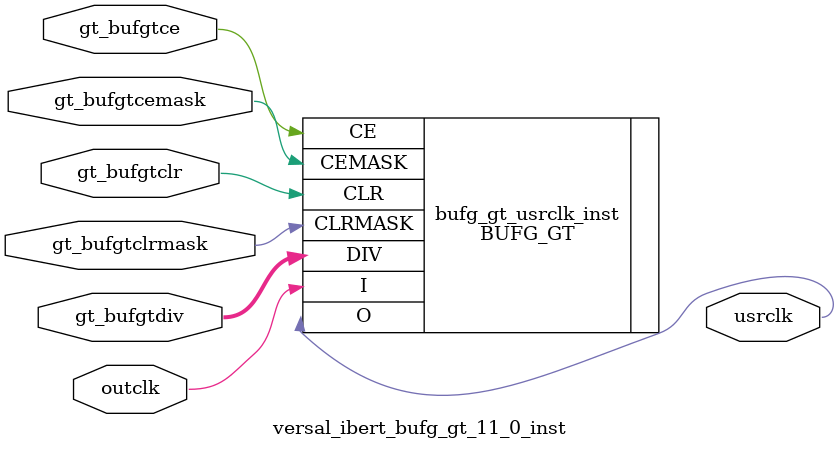
<source format=v>




`timescale 1ns / 1ps



module versal_ibert_bufg_gt_11_0_inst  (
    input outclk,
    input gt_bufgtce,
    input gt_bufgtcemask,
    input gt_bufgtclr,
    input gt_bufgtclrmask,
    input [2:0] gt_bufgtdiv,
    output usrclk
    );
     
      wire sync_ce;
      wire sync_clr;

      //BUFG_GT_SYNC sync_clr_ce (.CESYNC(sync_ce), .CLRSYNC(sync_clr), .CE(gt_bufgtce), .CLK(outclk), .CLR(gt_bufgtclr));
    //assign usrclk = outclk;
      BUFG_GT #(
        .SIM_DEVICE ("VERSAL_PREMIUM")
      ) bufg_gt_usrclk_inst (
        .CE      (gt_bufgtce),
        .CEMASK  (gt_bufgtcemask),
        .CLR     (gt_bufgtclr),
        .CLRMASK (gt_bufgtclrmask),
        .DIV     (gt_bufgtdiv),
        .I       (outclk),
        .O       (usrclk)
      );
endmodule
//------}

</source>
